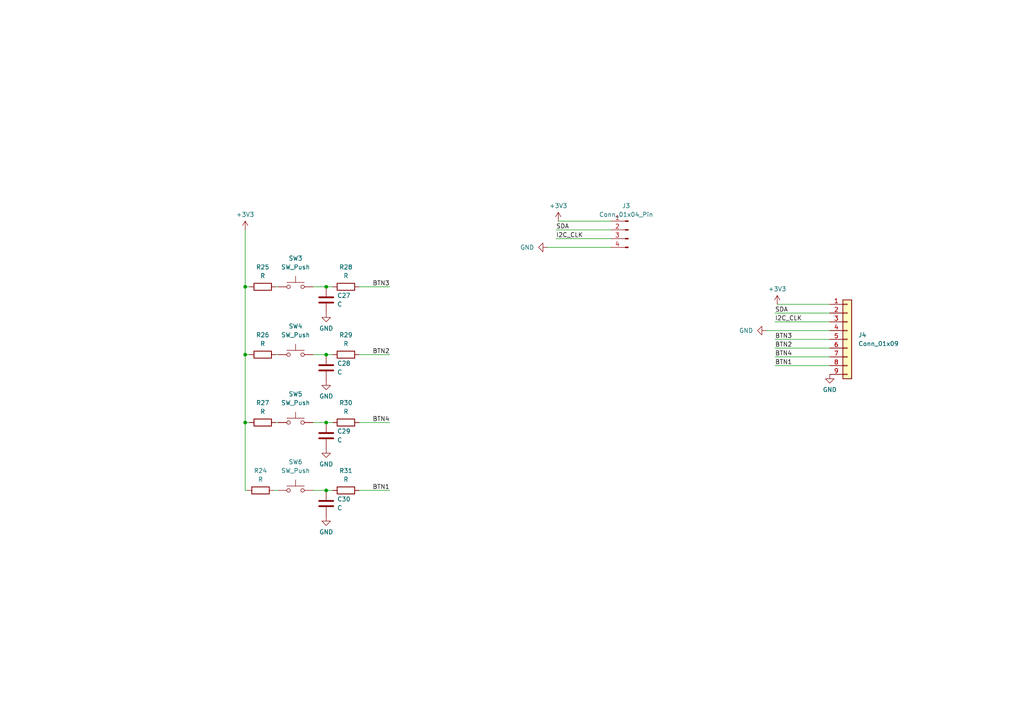
<source format=kicad_sch>
(kicad_sch (version 20231120) (generator "eeschema") (generator_version "8.0")
  (paper "A4")
  (lib_symbols
    (symbol "Connector:Conn_01x04_Pin" (pin_names (offset 1.016) hide)
      (property "Reference" "J" (at 0 5.08 0))
      (property "Value" "Conn_01x04_Pin" (at 0 -7.62 0))
      (symbol "Conn_01x04_Pin_1_1"
        (polyline (pts (xy 1.27 -5.08) (xy 0.8636 -5.08)) (stroke (width 0.1524)))
        (polyline (pts (xy 1.27 -2.54) (xy 0.8636 -2.54)) (stroke (width 0.1524)))
        (polyline (pts (xy 1.27 0) (xy 0.8636 0)) (stroke (width 0.1524)))
        (polyline (pts (xy 1.27 2.54) (xy 0.8636 2.54)) (stroke (width 0.1524)))
        (rectangle (start 0.8636 -4.953) (end 0 -5.207) (stroke (width 0.1524)) (fill (type outline)))
        (rectangle (start 0.8636 -2.413) (end 0 -2.667) (stroke (width 0.1524)) (fill (type outline)))
        (rectangle (start 0.8636 0.127) (end 0 -0.127) (stroke (width 0.1524)) (fill (type outline)))
        (rectangle (start 0.8636 2.667) (end 0 2.413) (stroke (width 0.1524)) (fill (type outline)))
        (pin passive line (at 5.08 2.54 180) (length 3.81) (name "Pin_1") (number "1"))
        (pin passive line (at 5.08 0 180) (length 3.81) (name "Pin_2") (number "2"))
        (pin passive line (at 5.08 -2.54 180) (length 3.81) (name "Pin_3") (number "3"))
        (pin passive line (at 5.08 -5.08 180) (length 3.81) (name "Pin_4") (number "4"))
      )
    )
    (symbol "Connector_Generic:Conn_01x09" (pin_names (offset 1.016) hide)
      (property "Reference" "J" (at 0 12.7 0))
      (property "Value" "Conn_01x09" (at 0 -12.7 0))
      (symbol "Conn_01x09_1_1"
        (rectangle (start -1.27 -10.033) (end 0 -10.287) (stroke (width 0.1524)))
        (rectangle (start -1.27 -7.493) (end 0 -7.747) (stroke (width 0.1524)))
        (rectangle (start -1.27 -4.953) (end 0 -5.207) (stroke (width 0.1524)))
        (rectangle (start -1.27 -2.413) (end 0 -2.667) (stroke (width 0.1524)))
        (rectangle (start -1.27 0.127) (end 0 -0.127) (stroke (width 0.1524)))
        (rectangle (start -1.27 2.667) (end 0 2.413) (stroke (width 0.1524)))
        (rectangle (start -1.27 5.207) (end 0 4.953) (stroke (width 0.1524)))
        (rectangle (start -1.27 7.747) (end 0 7.493) (stroke (width 0.1524)))
        (rectangle (start -1.27 10.287) (end 0 10.033) (stroke (width 0.1524)))
        (rectangle (start -1.27 11.43) (end 1.27 -11.43) (stroke (width 0.254)) (fill (type background)))
        (pin passive line (at -5.08 10.16 0) (length 3.81) (name "Pin_1") (number "1"))
        (pin passive line (at -5.08 7.62 0) (length 3.81) (name "Pin_2") (number "2"))
        (pin passive line (at -5.08 5.08 0) (length 3.81) (name "Pin_3") (number "3"))
        (pin passive line (at -5.08 2.54 0) (length 3.81) (name "Pin_4") (number "4"))
        (pin passive line (at -5.08 0 0) (length 3.81) (name "Pin_5") (number "5"))
        (pin passive line (at -5.08 -2.54 0) (length 3.81) (name "Pin_6") (number "6"))
        (pin passive line (at -5.08 -5.08 0) (length 3.81) (name "Pin_7") (number "7"))
        (pin passive line (at -5.08 -7.62 0) (length 3.81) (name "Pin_8") (number "8"))
        (pin passive line (at -5.08 -10.16 0) (length 3.81) (name "Pin_9") (number "9"))
      )
    )
    (symbol "Device:C" (pin_numbers hide) (pin_names (offset 0.254))
      (property "Reference" "C" (at 0.635 2.54 0))
      (property "Value" "C" (at 0.635 -2.54 0))
      (symbol "C_0_1"
        (polyline (pts (xy -2.032 -0.762) (xy 2.032 -0.762)) (stroke (width 0.508)))
        (polyline (pts (xy -2.032 0.762) (xy 2.032 0.762)) (stroke (width 0.508)))
      )
      (symbol "C_1_1"
        (pin passive line (at 0 3.81 270) (length 2.794) (name "~") (number "1"))
        (pin passive line (at 0 -3.81 90) (length 2.794) (name "~") (number "2"))
      )
    )
    (symbol "Device:R" (pin_numbers hide) (pin_names (offset 0))
      (property "Reference" "R" (at 2.032 0 90))
      (property "Value" "R" (at 0 0 90))
      (symbol "R_0_1"
        (rectangle (start -1.016 -2.54) (end 1.016 2.54) (stroke (width 0.254)))
      )
      (symbol "R_1_1"
        (pin passive line (at 0 3.81 270) (length 1.27) (name "~") (number "1"))
        (pin passive line (at 0 -3.81 90) (length 1.27) (name "~") (number "2"))
      )
    )
    (symbol "Switch:SW_Push" (pin_numbers hide) (pin_names (offset 1.016) hide)
      (property "Reference" "SW" (at 1.27 2.54 0))
      (property "Value" "SW_Push" (at 0 -1.524 0))
      (symbol "SW_Push_0_1"
        (circle (center -2.032 0) (radius 0.508))
        (polyline (pts (xy 0 1.27) (xy 0 3.048)))
        (polyline (pts (xy 2.54 1.27) (xy -2.54 1.27)))
        (circle (center 2.032 0) (radius 0.508))
        (pin passive line (at -5.08 0 0) (length 2.54) (name "1") (number "1"))
        (pin passive line (at 5.08 0 180) (length 2.54) (name "2") (number "2"))
      )
    )
    (symbol "power:+3V3" (power) (pin_numbers hide) (pin_names (offset 0) hide)
      (property "Value" "+3V3" (at 0 3.556 0))
      (symbol "+3V3_0_1"
        (polyline (pts (xy -0.762 1.27) (xy 0 2.54)))
        (polyline (pts (xy 0 0) (xy 0 2.54)))
        (polyline (pts (xy 0 2.54) (xy 0.762 1.27)))
      )
      (symbol "+3V3_1_1"
        (pin power_in line (at 0 0 90) (length 0) (name "~") (number "1"))
      )
    )
    (symbol "power:GND" (power) (pin_numbers hide) (pin_names (offset 0) hide)
      (property "Value" "GND" (at 0 -3.81 0))
      (symbol "GND_0_1"
        (polyline (pts (xy 0 0) (xy 0 -1.27) (xy 1.27 -1.27) (xy 0 -2.54) (xy -1.27 -1.27) (xy 0 -1.27)))
      )
      (symbol "GND_1_1"
        (pin power_in line (at 0 0 270) (length 0) (name "~") (number "1"))
      )
    )
  )
  (junction (at 94.615 142.24))
  (junction (at 94.615 102.87))
  (junction (at 71.12 122.555))
  (junction (at 71.12 83.185))
  (junction (at 71.12 102.87))
  (junction (at 94.615 122.555))
  (junction (at 94.615 83.185))
  (wire (pts (xy 71.12 102.87) (xy 72.39 102.87)))
  (wire (pts (xy 161.29 69.215) (xy 177.165 69.215)))
  (wire (pts (xy 222.25 95.885) (xy 240.665 95.885)))
  (wire (pts (xy 80.01 102.87) (xy 80.645 102.87)))
  (wire (pts (xy 71.12 122.555) (xy 72.39 122.555)))
  (wire (pts (xy 224.79 90.805) (xy 240.665 90.805)))
  (wire (pts (xy 71.12 83.185) (xy 71.12 102.87)))
  (wire (pts (xy 71.12 66.675) (xy 71.12 83.185)))
  (wire (pts (xy 94.615 122.555) (xy 90.805 122.555)))
  (wire (pts (xy 161.29 66.675) (xy 177.165 66.675)))
  (wire (pts (xy 96.52 142.24) (xy 94.615 142.24)))
  (wire (pts (xy 224.79 98.425) (xy 240.665 98.425)))
  (wire (pts (xy 158.75 71.755) (xy 177.165 71.755)))
  (wire (pts (xy 71.12 142.24) (xy 71.755 142.24)))
  (wire (pts (xy 224.79 103.505) (xy 240.665 103.505)))
  (wire (pts (xy 94.615 83.185) (xy 90.805 83.185)))
  (wire (pts (xy 104.14 142.24) (xy 113.03 142.24)))
  (wire (pts (xy 96.52 122.555) (xy 94.615 122.555)))
  (wire (pts (xy 96.52 102.87) (xy 94.615 102.87)))
  (wire (pts (xy 224.79 100.965) (xy 240.665 100.965)))
  (wire (pts (xy 80.01 83.185) (xy 80.645 83.185)))
  (wire (pts (xy 80.01 122.555) (xy 80.645 122.555)))
  (wire (pts (xy 71.12 102.87) (xy 71.12 122.555)))
  (wire (pts (xy 71.12 83.185) (xy 72.39 83.185)))
  (wire (pts (xy 96.52 83.185) (xy 94.615 83.185)))
  (wire (pts (xy 94.615 142.24) (xy 90.805 142.24)))
  (wire (pts (xy 177.165 64.135) (xy 161.925 64.135)))
  (wire (pts (xy 94.615 102.87) (xy 90.805 102.87)))
  (wire (pts (xy 79.375 142.24) (xy 80.645 142.24)))
  (wire (pts (xy 104.14 102.87) (xy 113.03 102.87)))
  (wire (pts (xy 104.14 83.185) (xy 113.03 83.185)))
  (wire (pts (xy 224.79 93.345) (xy 240.665 93.345)))
  (wire (pts (xy 71.12 122.555) (xy 71.12 142.24)))
  (wire (pts (xy 224.79 106.045) (xy 240.665 106.045)))
  (wire (pts (xy 240.665 88.265) (xy 225.425 88.265)))
  (wire (pts (xy 104.14 122.555) (xy 113.03 122.555)))
  (label "BTN2" (at 113.03 102.87 180))
  (label "SDA" (at 161.29 66.675 0))
  (label "BTN4" (at 224.79 103.505 0))
  (label "BTN1" (at 224.79 106.045 0))
  (label "SDA" (at 224.79 90.805 0))
  (label "BTN3" (at 113.03 83.185 180))
  (label "I2C_CLK" (at 161.29 69.215 0))
  (label "BTN3" (at 224.79 98.425 0))
  (label "BTN2" (at 224.79 100.965 0))
  (label "BTN4" (at 113.03 122.555 180))
  (label "I2C_CLK" (at 224.79 93.345 0))
  (label "BTN1" (at 113.03 142.24 180))
  (symbol (lib_id "Switch:SW_Push") (at 85.725 122.555 0) (unit 1)
    (property "Reference" "SW5" (at 85.725 114.3 0))
    (property "Value" "SW_Push" (at 85.725 116.84 0))
    (property "Footprint" "Button_Switch_THT:SW_TH_Tactile_Omron_B3F-10xx" (effects (hide yes)))
    (property "Description" "Push button switch, generic, two pins" (effects (hide yes)))
  )
  (symbol (lib_id "power:GND") (at 240.665 108.585 0) (unit 1)
    (property "Reference" "#PWR076" (effects (hide yes)))
    (property "Value" "GND" (at 240.665 113.03 0))
    (property "Description" "Power symbol creates a global label with name \"GND\" , ground" (effects (hide yes)))
  )
  (symbol (lib_id "Device:C") (at 94.615 146.05 0) (unit 1)
    (property "Reference" "C30" (at 97.79 144.7799 0) (effects (justify left)))
    (property "Value" "C" (at 97.79 147.3199 0) (effects (justify left)))
    (property "Footprint" "Capacitor_SMD:C_0603_1608Metric" (effects (hide yes)))
    (property "Description" "Unpolarized capacitor" (effects (hide yes)))
  )
  (symbol (lib_id "Connector:Conn_01x04_Pin") (at 182.245 66.675 0) (mirror y) (unit 1)
    (property "Reference" "J3" (at 181.61 59.69 0))
    (property "Value" "Conn_01x04_Pin" (at 181.61 62.23 0))
    (property "Footprint" "Connector_PinSocket_2.54mm:PinSocket_1x04_P2.54mm_Vertical" (effects (hide yes)))
    (property "Description" "Generic connector, single row, 01x04, script generated" (effects (hide yes)))
  )
  (symbol (lib_id "Switch:SW_Push") (at 85.725 83.185 0) (unit 1)
    (property "Reference" "SW3" (at 85.725 74.93 0))
    (property "Value" "SW_Push" (at 85.725 77.47 0))
    (property "Footprint" "Button_Switch_THT:SW_TH_Tactile_Omron_B3F-10xx" (effects (hide yes)))
    (property "Description" "Push button switch, generic, two pins" (effects (hide yes)))
  )
  (symbol (lib_id "Switch:SW_Push") (at 85.725 142.24 0) (unit 1)
    (property "Reference" "SW6" (at 85.725 133.985 0))
    (property "Value" "SW_Push" (at 85.725 136.525 0))
    (property "Footprint" "Button_Switch_THT:SW_TH_Tactile_Omron_B3F-10xx" (effects (hide yes)))
    (property "Description" "Push button switch, generic, two pins" (effects (hide yes)))
  )
  (symbol (lib_id "power:+3V3") (at 225.425 88.265 0) (unit 1)
    (property "Reference" "#PWR075" (effects (hide yes)))
    (property "Value" "+3V3" (at 225.425 83.82 0))
    (property "Description" "Power symbol creates a global label with name \"+3V3\"" (effects (hide yes)))
  )
  (symbol (lib_id "Connector_Generic:Conn_01x09") (at 245.745 98.425 0) (unit 1)
    (property "Reference" "J4" (at 248.92 97.1549 0) (effects (justify left)))
    (property "Value" "Conn_01x09" (at 248.92 99.6949 0) (effects (justify left)))
    (property "Footprint" "Connector_JST:JST_XH_B9B-XH-A_1x09_P2.50mm_Vertical" (effects (hide yes)))
    (property "Description" "Generic connector, single row, 01x09, script generated (kicad-library-utils/schlib/autogen/connector/)" (effects (hide yes)))
  )
  (symbol (lib_id "power:GND") (at 94.615 90.805 0) (unit 1)
    (property "Reference" "#PWR068" (effects (hide yes)))
    (property "Value" "GND" (at 94.615 95.25 0))
    (property "Description" "Power symbol creates a global label with name \"GND\" , ground" (effects (hide yes)))
  )
  (symbol (lib_id "Switch:SW_Push") (at 85.725 102.87 0) (unit 1)
    (property "Reference" "SW4" (at 85.725 94.615 0))
    (property "Value" "SW_Push" (at 85.725 97.155 0))
    (property "Footprint" "Button_Switch_THT:SW_TH_Tactile_Omron_B3F-10xx" (effects (hide yes)))
    (property "Description" "Push button switch, generic, two pins" (effects (hide yes)))
  )
  (symbol (lib_id "power:+3V3") (at 161.925 64.135 0) (unit 1)
    (property "Reference" "#PWR073" (effects (hide yes)))
    (property "Value" "+3V3" (at 161.925 59.69 0))
    (property "Description" "Power symbol creates a global label with name \"+3V3\"" (effects (hide yes)))
  )
  (symbol (lib_id "Device:R") (at 75.565 142.24 90) (unit 1)
    (property "Reference" "R24" (at 75.565 136.525 90))
    (property "Value" "R" (at 75.565 139.065 90))
    (property "Footprint" "Resistor_SMD:R_0603_1608Metric" (effects (hide yes)))
    (property "Description" "Resistor" (effects (hide yes)))
  )
  (symbol (lib_id "Device:R") (at 100.33 142.24 90) (unit 1)
    (property "Reference" "R31" (at 100.33 136.525 90))
    (property "Value" "R" (at 100.33 139.065 90))
    (property "Footprint" "Resistor_SMD:R_0603_1608Metric" (effects (hide yes)))
    (property "Description" "Resistor" (effects (hide yes)))
  )
  (symbol (lib_id "power:GND") (at 94.615 110.49 0) (unit 1)
    (property "Reference" "#PWR069" (effects (hide yes)))
    (property "Value" "GND" (at 94.615 114.935 0))
    (property "Description" "Power symbol creates a global label with name \"GND\" , ground" (effects (hide yes)))
  )
  (symbol (lib_id "Device:C") (at 94.615 86.995 0) (unit 1)
    (property "Reference" "C27" (at 97.79 85.7249 0) (effects (justify left)))
    (property "Value" "C" (at 97.79 88.2649 0) (effects (justify left)))
    (property "Footprint" "Capacitor_SMD:C_0603_1608Metric" (effects (hide yes)))
    (property "Description" "Unpolarized capacitor" (effects (hide yes)))
  )
  (symbol (lib_id "Device:R") (at 76.2 102.87 90) (unit 1)
    (property "Reference" "R26" (at 76.2 97.155 90))
    (property "Value" "R" (at 76.2 99.695 90))
    (property "Footprint" "Resistor_SMD:R_0603_1608Metric" (effects (hide yes)))
    (property "Description" "Resistor" (effects (hide yes)))
  )
  (symbol (lib_id "Device:C") (at 94.615 106.68 0) (unit 1)
    (property "Reference" "C28" (at 97.79 105.4099 0) (effects (justify left)))
    (property "Value" "C" (at 97.79 107.9499 0) (effects (justify left)))
    (property "Footprint" "Capacitor_SMD:C_0603_1608Metric" (effects (hide yes)))
    (property "Description" "Unpolarized capacitor" (effects (hide yes)))
  )
  (symbol (lib_id "Device:R") (at 76.2 122.555 90) (unit 1)
    (property "Reference" "R27" (at 76.2 116.84 90))
    (property "Value" "R" (at 76.2 119.38 90))
    (property "Footprint" "Resistor_SMD:R_0603_1608Metric" (effects (hide yes)))
    (property "Description" "Resistor" (effects (hide yes)))
  )
  (symbol (lib_id "Device:C") (at 94.615 126.365 0) (unit 1)
    (property "Reference" "C29" (at 97.79 125.0949 0) (effects (justify left)))
    (property "Value" "C" (at 97.79 127.6349 0) (effects (justify left)))
    (property "Footprint" "Capacitor_SMD:C_0603_1608Metric" (effects (hide yes)))
    (property "Description" "Unpolarized capacitor" (effects (hide yes)))
  )
  (symbol (lib_id "Device:R") (at 100.33 83.185 90) (unit 1)
    (property "Reference" "R28" (at 100.33 77.47 90))
    (property "Value" "R" (at 100.33 80.01 90))
    (property "Footprint" "Resistor_SMD:R_0603_1608Metric" (effects (hide yes)))
    (property "Description" "Resistor" (effects (hide yes)))
  )
  (symbol (lib_id "power:GND") (at 158.75 71.755 270) (unit 1)
    (property "Reference" "#PWR072" (effects (hide yes)))
    (property "Value" "GND" (at 154.94 71.7549 90) (effects (justify right)))
    (property "Description" "Power symbol creates a global label with name \"GND\" , ground" (effects (hide yes)))
  )
  (symbol (lib_id "power:GND") (at 94.615 130.175 0) (unit 1)
    (property "Reference" "#PWR070" (effects (hide yes)))
    (property "Value" "GND" (at 94.615 134.62 0))
    (property "Description" "Power symbol creates a global label with name \"GND\" , ground" (effects (hide yes)))
  )
  (symbol (lib_id "power:GND") (at 94.615 149.86 0) (unit 1)
    (property "Reference" "#PWR071" (effects (hide yes)))
    (property "Value" "GND" (at 94.615 154.305 0))
    (property "Description" "Power symbol creates a global label with name \"GND\" , ground" (effects (hide yes)))
  )
  (symbol (lib_id "Device:R") (at 100.33 102.87 90) (unit 1)
    (property "Reference" "R29" (at 100.33 97.155 90))
    (property "Value" "R" (at 100.33 99.695 90))
    (property "Footprint" "Resistor_SMD:R_0603_1608Metric" (effects (hide yes)))
    (property "Description" "Resistor" (effects (hide yes)))
  )
  (symbol (lib_id "Device:R") (at 100.33 122.555 90) (unit 1)
    (property "Reference" "R30" (at 100.33 116.84 90))
    (property "Value" "R" (at 100.33 119.38 90))
    (property "Footprint" "Resistor_SMD:R_0603_1608Metric" (effects (hide yes)))
    (property "Description" "Resistor" (effects (hide yes)))
  )
  (symbol (lib_id "Device:R") (at 76.2 83.185 90) (unit 1)
    (property "Reference" "R25" (at 76.2 77.47 90))
    (property "Value" "R" (at 76.2 80.01 90))
    (property "Footprint" "Resistor_SMD:R_0603_1608Metric" (effects (hide yes)))
    (property "Description" "Resistor" (effects (hide yes)))
  )
  (symbol (lib_id "power:+3V3") (at 71.12 66.675 0) (unit 1)
    (property "Reference" "#PWR067" (effects (hide yes)))
    (property "Value" "+3V3" (at 71.12 62.23 0))
    (property "Description" "Power symbol creates a global label with name \"+3V3\"" (effects (hide yes)))
  )
  (symbol (lib_id "power:GND") (at 222.25 95.885 270) (unit 1)
    (property "Reference" "#PWR074" (effects (hide yes)))
    (property "Value" "GND" (at 218.44 95.8849 90) (effects (justify right)))
    (property "Description" "Power symbol creates a global label with name \"GND\" , ground" (effects (hide yes)))
  )
)
</source>
